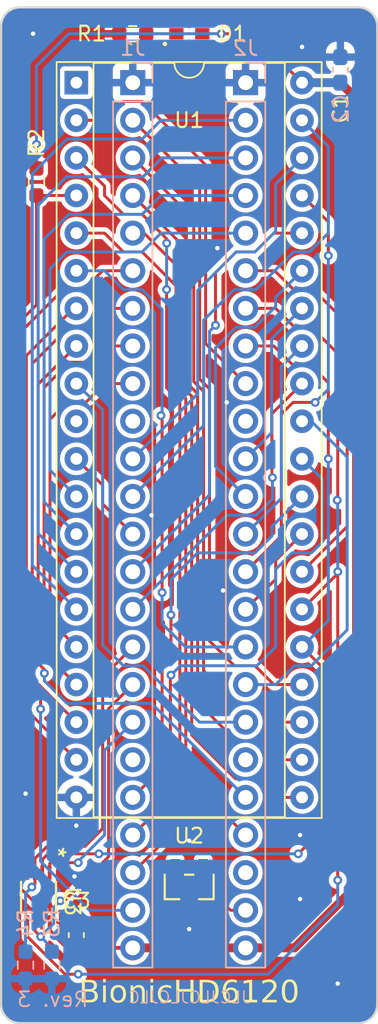
<source format=kicad_pcb>
(kicad_pcb (version 20240108) (generator "pcbnew") (generator_version "8.0")
  (title_block (title "BionicHD6120") (date "2025-02-03") (rev "3") (company "Tadashi G. Takaoka"))
  (layers (0 "F.Cu" signal) (31 "B.Cu" signal) (34 "B.Paste" user) (35 "F.Paste" user) (36 "B.SilkS" user "B.Silkscreen") (37 "F.SilkS" user "F.Silkscreen") (38 "B.Mask" user) (39 "F.Mask" user) (44 "Edge.Cuts" user))
  (net 0 "")
  (net 1 "VCC")
  (net 2 "GND")
  (net 3 "Net-(D1-K)")
  (net 4 "/P10")
  (net 5 "/P11")
  (net 6 "/P12")
  (net 7 "/P13")
  (net 8 "/P14")
  (net 9 "/P15")
  (net 10 "/P16")
  (net 11 "/P17")
  (net 13 "/P30")
  (net 14 "/P31")
  (net 15 "/P32")
  (net 16 "/P33")
  (net 17 "/P34")
  (net 18 "/P35")
  (net 19 "/P36")
  (net 20 "/P37")
  (net 22 "/P50")
  (net 23 "/P51")
  (net 24 "/P52")
  (net 25 "/P53")
  (net 26 "Net-(J2-P57)")
  (net 28 "/P55")
  (net 29 "/P54")
  (net 31 "/P47")
  (net 32 "/P45")
  (net 33 "/P46")
  (net 34 "/P43")
  (net 35 "/P42")
  (net 36 "/P41")
  (net 37 "/P40")
  (net 39 "/P27")
  (net 40 "/P26")
  (net 41 "/P25")
  (net 42 "/P24")
  (net 43 "/P23")
  (net 44 "/P22")
  (net 45 "/P21")
  (net 46 "/P20")
  (net 47 "/P44")
  (net 48 "Net-(U1-~{SKIP})")
  (footprint "Capacitor_SMD:C_0603_1608Metric_Pad1.08x0.95mm_HandSolder" (layer "F.Cu") (at 106.08 132.6375 90)
    (property "Reference" "C3" (at 2.3125 0 180) (layer "F.SilkS"))
    (property "Value" "0.1u")
    (pad "1" smd roundrect (at -0.8625 0 90) (size 1.075 0.95) (layers "F.Cu" "F.Paste" "F.Mask") (net 1 "VCC"))
    (pad "2" smd roundrect (at 0.8625 0 90) (size 1.075 0.95) (layers "F.Cu" "F.Paste" "F.Mask") (net 2 "GND"))
  )
  (footprint "0-LocalLibrary:LED_CSL1901UW1_ROM-M" (layer "F.Cu") (at 113.7127 71.778)
    (property "Reference" "D1" (at 2.9083 0 0) (layer "F.SilkS"))
    (property "Value" "CSL1901UW1")
    (pad "1" smd rect (at -0.8763 0) (size 0.9652 0.762) (layers "F.Cu" "F.Paste" "F.Mask") (net 3 "Net-(D1-K)"))
    (pad "2" smd rect (at 0.8763 0) (size 0.9652 0.762) (layers "F.Cu" "F.Paste" "F.Mask") (net 1 "VCC"))
    (zone (net 0) (net_name "") (layer "F.Cu") (connect_pads (clearance 0)) (min_thickness 0.254)
      (keepout (tracks not_allowed) (vias not_allowed) (pads allowed) (copperpour not_allowed) (footprints allowed))
      (fill (thermal_gap 0.508) (thermal_bridge_width 0.508))
      (polygon (pts (xy 113.3698 71.4224) (xy 114.0556 71.4224) (xy 114.0556 72.1336) (xy 113.3698 72.1336)))
    )
  )
  (footprint "Resistor_SMD:R_0603_1608Metric_Pad0.98x0.95mm_HandSolder" (layer "F.Cu") (at 103.3876 81.7856 -90)
    (property "Reference" "R2" (at -2.6435 0 90) (layer "F.SilkS"))
    (property "Value" "1.6k")
    (pad "1" smd roundrect (at -0.9125 0 270) (size 0.975 0.95) (layers "F.Cu" "F.Paste" "F.Mask") (net 1 "VCC"))
    (pad "2" smd roundrect (at 0.9125 0 270) (size 0.975 0.95) (layers "F.Cu" "F.Paste" "F.Mask") (net 48 "Net-(U1-~{SKIP})"))
  )
  (footprint "Capacitor_SMD:C_0603_1608Metric_Pad1.08x0.95mm_HandSolder" (layer "F.Cu") (at 123.9108 74.2175 90)
    (property "Reference" "C1" (at -2.64 0 90) (layer "F.SilkS"))
    (property "Value" "0.1u")
    (pad "1" smd roundrect (at -0.8625 0 90) (size 1.075 0.95) (layers "F.Cu" "F.Paste" "F.Mask") (net 1 "VCC"))
    (pad "2" smd roundrect (at 0.8625 0 90) (size 1.075 0.95) (layers "F.Cu" "F.Paste" "F.Mask") (net 2 "GND"))
  )
  (footprint "ti:DCU8-M" (layer "F.Cu") (at 103.526599 130.0964 -90)
    (property "Reference" "U3" (at 0.254 -2.286 -90) (layer "F.SilkS"))
    (property "Value" "74LVC3G06")
    (fp_text user "*" (at -3.048 -1.27 -90) (layer "F.SilkS"))
    (pad "1" smd rect (at -1.6764 -0.750001 270) (size 0.9652 0.254) (layers "F.Cu" "F.Paste" "F.Mask") (net 20 "/P37"))
    (pad "2" smd rect (at -1.6764 -0.25 270) (size 0.9652 0.254) (layers "F.Cu" "F.Paste" "F.Mask") (net 40 "/P26"))
    (pad "3" smd rect (at -1.6764 0.25 270) (size 0.9652 0.254) (layers "F.Cu" "F.Paste" "F.Mask") (net 18 "/P35"))
    (pad "4" smd rect (at -1.6764 0.750001 270) (size 0.9652 0.254) (layers "F.Cu" "F.Paste" "F.Mask") (net 1 "VCC"))
    (pad "5" smd rect (at 1.6764 0.750001 270) (size 0.9652 0.254) (layers "F.Cu" "F.Paste" "F.Mask") (net 41 "/P25"))
    (pad "6" smd rect (at 1.6764 0.25 270) (size 0.9652 0.254) (layers "F.Cu" "F.Paste" "F.Mask") (net 19 "/P36"))
    (pad "7" smd rect (at 1.6764 -0.25 270) (size 0.9652 0.254) (layers "F.Cu" "F.Paste" "F.Mask") (net 48 "Net-(U1-~{SKIP})"))
    (pad "8" smd rect (at 1.6764 -0.750001 270) (size 0.9652 0.254) (layers "F.Cu" "F.Paste" "F.Mask") (net 2 "GND"))
  )
  (footprint "0-LocalLibrary:DIP-40_W15.24mm_Socket" (layer "F.Cu") (at 106.08 75.08)
    (property "Reference" "U1" (at 7.62 2.54 0) (layer "F.SilkS"))
    (property "Value" "HD6120")
    (pad "1" thru_hole rect (at 0 0) (size 1.6 1.6) (drill 0.8) (layers "*.Cu" "*.Mask"))
    (pad "2" thru_hole oval (at 0 2.54) (size 1.6 1.6) (drill 0.8) (layers "*.Cu" "*.Mask") (net 39 "/P27"))
    (pad "3" thru_hole oval (at 0 5.08) (size 1.6 1.6) (drill 0.8) (layers "*.Cu" "*.Mask") (net 24 "/P52"))
    (pad "4" thru_hole oval (at 0 7.62) (size 1.6 1.6) (drill 0.8) (layers "*.Cu" "*.Mask") (net 48 "Net-(U1-~{SKIP})"))
    (pad "5" thru_hole oval (at 0 10.16) (size 1.6 1.6) (drill 0.8) (layers "*.Cu" "*.Mask") (net 28 "/P55"))
    (pad "6" thru_hole oval (at 0 12.7) (size 1.6 1.6) (drill 0.8) (layers "*.Cu" "*.Mask") (net 32 "/P45"))
    (pad "7" thru_hole oval (at 0 15.24) (size 1.6 1.6) (drill 0.8) (layers "*.Cu" "*.Mask") (net 25 "/P53"))
    (pad "8" thru_hole oval (at 0 17.78) (size 1.6 1.6) (drill 0.8) (layers "*.Cu" "*.Mask") (net 29 "/P54"))
    (pad "9" thru_hole oval (at 0 20.32) (size 1.6 1.6) (drill 0.8) (layers "*.Cu" "*.Mask") (net 31 "/P47"))
    (pad "10" thru_hole oval (at 0 22.86) (size 1.6 1.6) (drill 0.8) (layers "*.Cu" "*.Mask"))
    (pad "11" thru_hole oval (at 0 25.4) (size 1.6 1.6) (drill 0.8) (layers "*.Cu" "*.Mask") (net 15 "/P32"))
    (pad "12" thru_hole oval (at 0 27.94) (size 1.6 1.6) (drill 0.8) (layers "*.Cu" "*.Mask") (net 43 "/P23"))
    (pad "13" thru_hole oval (at 0 30.48) (size 1.6 1.6) (drill 0.8) (layers "*.Cu" "*.Mask") (net 44 "/P22"))
    (pad "14" thru_hole oval (at 0 33.02) (size 1.6 1.6) (drill 0.8) (layers "*.Cu" "*.Mask") (net 45 "/P21"))
    (pad "15" thru_hole oval (at 0 35.56) (size 1.6 1.6) (drill 0.8) (layers "*.Cu" "*.Mask") (net 46 "/P20"))
    (pad "16" thru_hole oval (at 0 38.1) (size 1.6 1.6) (drill 0.8) (layers "*.Cu" "*.Mask") (net 11 "/P17"))
    (pad "17" thru_hole oval (at 0 40.64) (size 1.6 1.6) (drill 0.8) (layers "*.Cu" "*.Mask") (net 10 "/P16"))
    (pad "18" thru_hole oval (at 0 43.18) (size 1.6 1.6) (drill 0.8) (layers "*.Cu" "*.Mask") (net 9 "/P15"))
    (pad "19" thru_hole oval (at 0 45.72) (size 1.6 1.6) (drill 0.8) (layers "*.Cu" "*.Mask") (net 8 "/P14"))
    (pad "20" thru_hole oval (at 0 48.26) (size 1.6 1.6) (drill 0.8) (layers "*.Cu" "*.Mask") (net 2 "GND"))
    (pad "21" thru_hole oval (at 15.24 48.26) (size 1.6 1.6) (drill 0.8) (layers "*.Cu" "*.Mask") (net 7 "/P13"))
    (pad "22" thru_hole oval (at 15.24 45.72) (size 1.6 1.6) (drill 0.8) (layers "*.Cu" "*.Mask") (net 6 "/P12"))
    (pad "23" thru_hole oval (at 15.24 43.18) (size 1.6 1.6) (drill 0.8) (layers "*.Cu" "*.Mask") (net 5 "/P11"))
    (pad "24" thru_hole oval (at 15.24 40.64) (size 1.6 1.6) (drill 0.8) (layers "*.Cu" "*.Mask") (net 4 "/P10"))
    (pad "25" thru_hole oval (at 15.24 38.1) (size 1.6 1.6) (drill 0.8) (layers "*.Cu" "*.Mask") (net 40 "/P26"))
    (pad "26" thru_hole oval (at 15.24 35.56) (size 1.6 1.6) (drill 0.8) (layers "*.Cu" "*.Mask") (net 41 "/P25"))
    (pad "27" thru_hole oval (at 15.24 33.02) (size 1.6 1.6) (drill 0.8) (layers "*.Cu" "*.Mask") (net 42 "/P24"))
    (pad "28" thru_hole oval (at 15.24 30.48) (size 1.6 1.6) (drill 0.8) (layers "*.Cu" "*.Mask") (net 47 "/P44"))
    (pad "29" thru_hole oval (at 15.24 27.94) (size 1.6 1.6) (drill 0.8) (layers "*.Cu" "*.Mask") (net 22 "/P50"))
    (pad "30" thru_hole oval (at 15.24 25.4) (size 1.6 1.6) (drill 0.8) (layers "*.Cu" "*.Mask") (net 23 "/P51"))
    (pad "31" thru_hole oval (at 15.24 22.86) (size 1.6 1.6) (drill 0.8) (layers "*.Cu" "*.Mask") (net 33 "/P46"))
    (pad "32" thru_hole oval (at 15.24 20.32) (size 1.6 1.6) (drill 0.8) (layers "*.Cu" "*.Mask") (net 17 "/P34"))
    (pad "33" thru_hole oval (at 15.24 17.78) (size 1.6 1.6) (drill 0.8) (layers "*.Cu" "*.Mask") (net 35 "/P42"))
    (pad "34" thru_hole oval (at 15.24 15.24) (size 1.6 1.6) (drill 0.8) (layers "*.Cu" "*.Mask") (net 37 "/P40"))
    (pad "35" thru_hole oval (at 15.24 12.7) (size 1.6 1.6) (drill 0.8) (layers "*.Cu" "*.Mask") (net 36 "/P41"))
    (pad "36" thru_hole oval (at 15.24 10.16) (size 1.6 1.6) (drill 0.8) (layers "*.Cu" "*.Mask") (net 16 "/P33"))
    (pad "37" thru_hole oval (at 15.24 7.62) (size 1.6 1.6) (drill 0.8) (layers "*.Cu" "*.Mask") (net 34 "/P43"))
    (pad "38" thru_hole oval (at 15.24 5.08) (size 1.6 1.6) (drill 0.8) (layers "*.Cu" "*.Mask") (net 13 "/P30"))
    (pad "39" thru_hole oval (at 15.24 2.54) (size 1.6 1.6) (drill 0.8) (layers "*.Cu" "*.Mask") (net 14 "/P31"))
    (pad "40" thru_hole oval (at 15.24 0) (size 1.6 1.6) (drill 0.8) (layers "*.Cu" "*.Mask") (net 1 "VCC"))
  )
  (footprint "Resistor_SMD:R_0603_1608Metric_Pad0.98x0.95mm_HandSolder" (layer "F.Cu") (at 109.89 71.778 180)
    (property "Reference" "R1" (at 2.794 0 0) (layer "F.SilkS"))
    (property "Value" "1.9k")
    (pad "1" smd roundrect (at -0.9125 0 180) (size 0.975 0.95) (layers "F.Cu" "F.Paste" "F.Mask") (net 3 "Net-(D1-K)"))
    (pad "2" smd roundrect (at 0.9125 0 180) (size 0.975 0.95) (layers "F.Cu" "F.Paste" "F.Mask") (net 2 "GND"))
  )
  (footprint "0-LocalLibrary:SOT-23_MC_MCH-M" (layer "F.Cu") (at 113.7 129.386 180)
    (property "Reference" "U2" (at 0 3.4544 0) (layer "F.SilkS"))
    (property "Value" "11AA010-I/TT")
    (pad "1" smd rect (at -0.950001 1.066 180) (size 0.6604 1.6256) (layers "F.Cu" "F.Paste" "F.Mask") (net 26 "Net-(J2-P57)"))
    (pad "2" smd rect (at 0.950001 1.066 180) (size 0.6604 1.6256) (layers "F.Cu" "F.Paste" "F.Mask") (net 1 "VCC"))
    (pad "3" smd rect (at 0 -1.066 180) (size 0.6604 1.6256) (layers "F.Cu" "F.Paste" "F.Mask") (net 2 "GND"))
  )
  (footprint "Resistor_SMD:R_0603_1608Metric_Pad0.98x0.95mm_HandSolder" (layer "B.Cu") (at 102.651 134.6665 -90)
    (property "Reference" "R4" (at -2.8175 0 90) (layer "B.SilkS") (effects (justify mirror)))
    (property "Value" "10k")
    (pad "1" smd roundrect (at -0.9125 0 270) (size 0.975 0.95) (layers "B.Cu" "B.Paste" "B.Mask") (net 18 "/P35"))
    (pad "2" smd roundrect (at 0.9125 0 270) (size 0.975 0.95) (layers "B.Cu" "B.Paste" "B.Mask") (net 2 "GND"))
  )
  (footprint "0-LocalLibrary:Bionic-P135_Vertical" (layer "B.Cu") (at 109.89 75.08 180)
    (property "Reference" "J1" (at 0 2.33 0) (layer "B.SilkS") (effects (justify mirror)))
    (property "Value" "Bionic-P135")
    (pad "1" thru_hole rect (at 0 0 180) (size 1.7 1.7) (drill 1) (layers "*.Cu" "*.Mask") (net 2 "GND"))
    (pad "2" thru_hole oval (at 0 -2.54 180) (size 1.7 1.7) (drill 1) (layers "*.Cu" "*.Mask") (net 4 "/P10"))
    (pad "3" thru_hole oval (at 0 -5.08 180) (size 1.7 1.7) (drill 1) (layers "*.Cu" "*.Mask") (net 5 "/P11"))
    (pad "4" thru_hole oval (at 0 -7.62 180) (size 1.7 1.7) (drill 1) (layers "*.Cu" "*.Mask") (net 6 "/P12"))
    (pad "5" thru_hole oval (at 0 -10.16 180) (size 1.7 1.7) (drill 1) (layers "*.Cu" "*.Mask") (net 7 "/P13"))
    (pad "6" thru_hole oval (at 0 -12.7 180) (size 1.7 1.7) (drill 1) (layers "*.Cu" "*.Mask") (net 8 "/P14"))
    (pad "7" thru_hole oval (at 0 -15.24 180) (size 1.7 1.7) (drill 1) (layers "*.Cu" "*.Mask") (net 9 "/P15"))
    (pad "8" thru_hole oval (at 0 -17.78 180) (size 1.7 1.7) (drill 1) (layers "*.Cu" "*.Mask") (net 10 "/P16"))
    (pad "9" thru_hole oval (at 0 -20.32 180) (size 1.7 1.7) (drill 1) (layers "*.Cu" "*.Mask") (net 11 "/P17"))
    (pad "10" thru_hole oval (at 0 -22.86 180) (size 1.7 1.7) (drill 1) (layers "*.Cu" "*.Mask"))
    (pad "11" thru_hole oval (at 0 -25.4 180) (size 1.7 1.7) (drill 1) (layers "*.Cu" "*.Mask") (net 13 "/P30"))
    (pad "12" thru_hole oval (at 0 -27.94 180) (size 1.7 1.7) (drill 1) (layers "*.Cu" "*.Mask") (net 14 "/P31"))
    (pad "13" thru_hole oval (at 0 -30.48 180) (size 1.7 1.7) (drill 1) (layers "*.Cu" "*.Mask") (net 15 "/P32"))
    (pad "14" thru_hole oval (at 0 -33.02 180) (size 1.7 1.7) (drill 1) (layers "*.Cu" "*.Mask") (net 16 "/P33"))
    (pad "15" thru_hole oval (at 0 -35.56 180) (size 1.7 1.7) (drill 1) (layers "*.Cu" "*.Mask") (net 17 "/P34"))
    (pad "16" thru_hole oval (at 0 -38.1 180) (size 1.7 1.7) (drill 1) (layers "*.Cu" "*.Mask") (net 18 "/P35"))
    (pad "17" thru_hole oval (at 0 -40.64 180) (size 1.7 1.7) (drill 1) (layers "*.Cu" "*.Mask") (net 19 "/P36"))
    (pad "18" thru_hole oval (at 0 -43.18 180) (size 1.7 1.7) (drill 1) (layers "*.Cu" "*.Mask") (net 20 "/P37"))
    (pad "19" thru_hole oval (at 0 -45.72 180) (size 1.7 1.7) (drill 1) (layers "*.Cu" "*.Mask"))
    (pad "20" thru_hole oval (at 0 -48.26 180) (size 1.7 1.7) (drill 1) (layers "*.Cu" "*.Mask") (net 22 "/P50"))
    (pad "21" thru_hole oval (at 0 -50.8 180) (size 1.7 1.7) (drill 1) (layers "*.Cu" "*.Mask") (net 23 "/P51"))
    (pad "22" thru_hole oval (at 0 -53.34 180) (size 1.7 1.7) (drill 1) (layers "*.Cu" "*.Mask") (net 24 "/P52"))
    (pad "23" thru_hole oval (at 0 -55.88 180) (size 1.7 1.7) (drill 1) (layers "*.Cu" "*.Mask") (net 25 "/P53"))
    (pad "24" thru_hole oval (at 0 -58.42 180) (size 1.7 1.7) (drill 1) (layers "*.Cu" "*.Mask") (net 1 "VCC"))
  )
  (footprint "Capacitor_SMD:C_0603_1608Metric_Pad1.08x0.95mm_HandSolder" (layer "B.Cu") (at 123.9108 74.2164 90)
    (property "Reference" "C2" (at -2.64 0.038 90) (layer "B.SilkS") (effects (justify mirror)))
    (property "Value" "22u")
    (pad "1" smd roundrect (at -0.8625 0 90) (size 1.075 0.95) (layers "B.Cu" "B.Paste" "B.Mask") (net 1 "VCC"))
    (pad "2" smd roundrect (at 0.8625 0 90) (size 1.075 0.95) (layers "B.Cu" "B.Paste" "B.Mask") (net 2 "GND"))
  )
  (footprint "0-LocalLibrary:Bionic-P245_Vertical" (layer "B.Cu") (at 117.51 75.08 180)
    (property "Reference" "J2" (at 0 2.33 0) (layer "B.SilkS") (effects (justify mirror)))
    (property "Value" "Bionic-P245")
    (pad "25" thru_hole oval (at 0 -58.42 180) (size 1.7 1.7) (drill 1) (layers "*.Cu" "*.Mask") (net 1 "VCC"))
    (pad "26" thru_hole oval (at 0 -55.88 180) (size 1.7 1.7) (drill 1) (layers "*.Cu" "*.Mask") (net 26 "Net-(J2-P57)"))
    (pad "27" thru_hole oval (at 0 -53.34 180) (size 1.7 1.7) (drill 1) (layers "*.Cu" "*.Mask"))
    (pad "28" thru_hole oval (at 0 -50.8 180) (size 1.7 1.7) (drill 1) (layers "*.Cu" "*.Mask") (net 28 "/P55"))
    (pad "29" thru_hole oval (at 0 -48.26 180) (size 1.7 1.7) (drill 1) (layers "*.Cu" "*.Mask") (net 29 "/P54"))
    (pad "30" thru_hole oval (at 0 -45.72 180) (size 1.7 1.7) (drill 1) (layers "*.Cu" "*.Mask"))
    (pad "31" thru_hole oval (at 0 -43.18 180) (size 1.7 1.7) (drill 1) (layers "*.Cu" "*.Mask") (net 31 "/P47"))
    (pad "32" thru_hole oval (at 0 -40.64 180) (size 1.7 1.7) (drill 1) (layers "*.Cu" "*.Mask") (net 33 "/P46"))
    (pad "33" thru_hole oval (at 0 -38.1 180) (size 1.7 1.7) (drill 1) (layers "*.Cu" "*.Mask") (net 32 "/P45"))
    (pad "34" thru_hole oval (at 0 -35.56 180) (size 1.7 1.7) (drill 1) (layers "*.Cu" "*.Mask") (net 47 "/P44"))
    (pad "35" thru_hole oval (at 0 -33.02 180) (size 1.7 1.7) (drill 1) (layers "*.Cu" "*.Mask") (net 34 "/P43"))
    (pad "36" thru_hole oval (at 0 -30.48 180) (size 1.7 1.7) (drill 1) (layers "*.Cu" "*.Mask") (net 35 "/P42"))
    (pad "37" thru_hole oval (at 0 -27.94 180) (size 1.7 1.7) (drill 1) (layers "*.Cu" "*.Mask") (net 36 "/P41"))
    (pad "38" thru_hole oval (at 0 -25.4 180) (size 1.7 1.7) (drill 1) (layers "*.Cu" "*.Mask") (net 37 "/P40"))
    (pad "39" thru_hole oval (at 0 -22.86 180) (size 1.7 1.7) (drill 1) (layers "*.Cu" "*.Mask"))
    (pad "40" thru_hole oval (at 0 -20.32 180) (size 1.7 1.7) (drill 1) (layers "*.Cu" "*.Mask") (net 39 "/P27"))
    (pad "41" thru_hole oval (at 0 -17.78 180) (size 1.7 1.7) (drill 1) (layers "*.Cu" "*.Mask") (net 40 "/P26"))
    (pad "42" thru_hole oval (at 0 -15.24 180) (size 1.7 1.7) (drill 1) (layers "*.Cu" "*.Mask") (net 41 "/P25"))
    (pad "43" thru_hole oval (at 0 -12.7 180) (size 1.7 1.7) (drill 1) (layers "*.Cu" "*.Mask") (net 42 "/P24"))
    (pad "44" thru_hole oval (at 0 -10.16 180) (size 1.7 1.7) (drill 1) (layers "*.Cu" "*.Mask") (net 43 "/P23"))
    (pad "45" thru_hole oval (at 0 -7.62 180) (size 1.7 1.7) (drill 1) (layers "*.Cu" "*.Mask") (net 44 "/P22"))
    (pad "46" thru_hole oval (at 0 -5.08 180) (size 1.7 1.7) (drill 1) (layers "*.Cu" "*.Mask") (net 45 "/P21"))
    (pad "47" thru_hole oval (at 0 -2.54 180) (size 1.7 1.7) (drill 1) (layers "*.Cu" "*.Mask") (net 46 "/P20"))
    (pad "48" thru_hole rect (at 0 0 180) (size 1.7 1.7) (drill 1) (layers "*.Cu" "*.Mask") (net 2 "GND"))
  )
  (footprint "Resistor_SMD:R_0603_1608Metric_Pad0.98x0.95mm_HandSolder" (layer "B.Cu") (at 104.429 134.6665 -90)
    (property "Reference" "R3" (at -2.8175 0 90) (layer "B.SilkS") (effects (justify mirror)))
    (property "Value" "10k")
    (pad "1" smd roundrect (at -0.9125 0 270) (size 0.975 0.95) (layers "B.Cu" "B.Paste" "B.Mask") (net 19 "/P36"))
    (pad "2" smd roundrect (at 0.9125 0 270) (size 0.975 0.95) (layers "B.Cu" "B.Paste" "B.Mask") (net 2 "GND"))
  )
  (gr_line (start 125.13 138.58) (end 102.27 138.58) (stroke (width 0.15)) (layer "Edge.Cuts"))
  (gr_line (start 126.4 71.27) (end 126.4 137.31) (stroke (width 0.15)) (layer "Edge.Cuts"))
  (gr_line (start 101 137.31) (end 101 71.27) (stroke (width 0.15)) (layer "Edge.Cuts"))
  (gr_line (start 102.27 70) (end 125.13 70) (stroke (width 0.15)) (layer "Edge.Cuts"))
  (gr_arc (start 126.4 137.31) (mid 126.028026 138.208026) (end 125.13 138.58) (stroke (width 0.15)) (layer "Edge.Cuts"))
  (gr_arc (start 125.13 70) (mid 126.028026 70.371974) (end 126.4 71.27) (stroke (width 0.15)) (layer "Edge.Cuts"))
  (gr_arc (start 101 71.27) (mid 101.371974 70.371974) (end 102.27 70) (stroke (width 0.15)) (layer "Edge.Cuts"))
  (gr_arc (start 102.27 138.58) (mid 101.371974 138.208026) (end 101 137.31) (stroke (width 0.15)) (layer "Edge.Cuts"))
  (gr_text "JLCJLCJLCJLC" (at 113.7 137.31 0) (layer "B.SilkS") (effects (font (size 0.8 0.8)) (justify bottom mirror)))
  (gr_text "Rev. 3" (at 106.969 137.564 0) (layer "B.SilkS") (effects (font (size 1 1)) (justify left bottom mirror)))
  (gr_text "BionicHD6120" (at 113.7 137.437 0) (layer "F.SilkS") (effects (font (size 1.5 1.5)) (justify bottom)))
  (segment (start 118.018 71.778) (end 115.859 71.778) (width 0.2) (layer "F.Cu") (net 1))
  (segment (start 115.859 71.778) (end 114.5763 71.778) (width 0.2) (layer "F.Cu") (net 1))
  (segment (start 102.785999 128.2422) (end 102.785999 127.030999) (width 0.26) (layer "F.Cu") (net 1))
  (segment (start 109.89 133.5) (end 117.51 133.5) (width 0.6) (layer "F.Cu") (net 1))
  (segment (start 112.75 133.434) (end 112.75 128.32) (width 0.2) (layer "F.Cu") (net 1))
  (segment (start 125.003 129.309) (end 120.812 133.5) (width 0.6) (layer "F.Cu") (net 1))
  (segment (start 104.286001 132.341001) (end 105.445 133.5) (width 0.26) (layer "F.Cu") (net 1))
  (segment (start 103.3876 80.8731) (end 103.3876 79.2456) (width 0.2) (layer "F.Cu") (net 1))
  (segment (start 104.286001 131.595) (end 104.286001 132.341001) (width 0.26) (layer "F.Cu") (net 1))
  (segment (start 125.003 76.1722) (end 125.003 129.309) (width 0.6) (layer "F.Cu") (net 1))
  (segment (start 123.9108 75.08) (end 125.003 76.1722) (width 0.6) (layer "F.Cu") (net 1))
  (segment (start 105.445 133.5) (end 109.89 133.5) (width 0.26) (layer "F.Cu") (net 1))
  (segment (start 120.812 133.5) (end 117.51 133.5) (width 0.6) (layer "F.Cu") (net 1))
  (segment (start 121.32 75.08) (end 118.018 71.778) (width 0.2) (layer "F.Cu") (net 1))
  (segment (start 121.32 75.08) (end 123.9108 75.08) (width 0.6) (layer "F.Cu") (net 1))
  (via (at 115.859 71.778) (size 0.6) (drill 0.3) (layers "F.Cu" "B.Cu") (net 1))
  (via (at 103.3876 79.2456) (size 0.6) (drill 0.3) (layers "F.Cu" "B.Cu") (net 1))
  (segment (start 105.572 71.778) (end 115.859 71.778) (width 0.2) (layer "B.Cu") (net 1))
  (segment (start 123.9097 75.08) (end 123.9108 75.0789) (width 0.6) (layer "B.Cu") (net 1))
  (segment (start 121.32 75.08) (end 123.9097 75.08) (width 0.6) (layer "B.Cu") (net 1))
  (segment (start 123.9109 75.079) (end 123.9108 75.0789) (width 0.2) (layer "B.Cu") (net 1))
  (segment (start 103.3876 73.9624) (end 105.572 71.778) (width 0.2) (layer "B.Cu") (net 1))
  (segment (start 103.3876 79.2456) (end 103.3876 73.9624) (width 0.2) (layer "B.Cu") (net 1))
  (segment (start 106.08 125.245) (end 106.842 125.245) (width 0.2) (layer "F.Cu") (net 2))
  (segment (start 107.35 123.34) (end 107.35 121.943) (width 0.2) (layer "F.Cu") (net 2))
  (segment (start 106.842 125.245) (end 107.35 124.737) (width 0.2) (layer "F.Cu") (net 2))
  (segment (start 107.35 124.737) (end 107.35 123.34) (width 0.2) (layer "F.Cu") (net 2))
  (via (at 115.986 109.37) (size 0.6) (drill 0.3) (layers "F.Cu" "B.Cu") (net 2))
  (via (at 105.953 128.674) (size 0.6) (drill 0.3) (layers "F.Cu" "B.Cu") (net 2))
  (via (at 106.08 125.245) (size 0.6) (drill 0.3) (layers "F.Cu" "B.Cu") (net 2))
  (via (at 115.605 86.256) (size 0.6) (drill 0.3) (layers "F.Cu" "B.Cu") (net 2))
  (via (at 123.733 135.913) (size 0.6) (drill 0.3) (layers "F.Cu" "B.Cu") (net 2))
  (via (at 121.193 130.198) (size 0.6) (drill 0.3) (layers "F.Cu" "B.Cu") (net 2))
  (via (at 121.32 72.667) (size 0.6) (drill 0.3) (layers "F.Cu" "B.Cu") (net 2))
  (via (at 103.159 71.778) (size 0.6) (drill 0.3) (layers "F.Cu" "B.Cu") (net 2))
  (via (at 113.7 132.23) (size 0.6) (drill 0.3) (layers "F.Cu" "B.Cu") (net 2))
  (via (at 111.16 104.29) (size 0.6) (drill 0.3) (layers "F.Cu" "B.Cu") (net 2))
  (via (at 102.651 123.086) (size 0.6) (drill 0.3) (layers "F.Cu" "B.Cu") (net 2))
  (via (at 121.193 125.88) (size 0.6) (drill 0.3) (layers "F.Cu" "B.Cu") (net 2))
  (via (at 113.7 126.261) (size 0.6) (drill 0.3) (layers "F.Cu" "B.Cu") (net 2))
  (via (at 116.24 96.67) (size 0.6) (drill 0.3) (layers "F.Cu" "B.Cu") (net 2))
  (segment (start 110.8025 71.778) (end 112.8237 71.778) (width 0.2) (layer "F.Cu") (net 3))
  (segment (start 119.415 115.72) (end 118.145 114.45) (width 0.2) (layer "F.Cu") (net 4))
  (segment (start 121.32 115.72) (end 119.415 115.72) (width 0.2) (layer "F.Cu") (net 4))
  (segment (start 114.411 95.095) (end 114.411 82.141) (width 0.2) (layer "F.Cu") (net 4))
  (segment (start 118.145 114.45) (end 116.748 114.45) (width 0.2) (layer "F.Cu") (net 4))
  (segment (start 116.748 114.45) (end 115.0712 112.7732) (width 0.2) (layer "F.Cu") (net 4))
  (segment (start 114.411 82.141) (end 109.89 77.62) (width 0.2) (layer "F.Cu") (net 4))
  (segment (start 115.0712 95.7552) (end 114.411 95.095) (width 0.2) (layer "F.Cu") (net 4))
  (segment (start 115.0712 112.7732) (end 115.0712 95.7552) (width 0.2) (layer "F.Cu") (net 4))
  (segment (start 114.011 95.260686) (end 114.011 84.281) (width 0.2) (layer "F.Cu") (net 5))
  (segment (start 116.875 116.99) (end 114.6712 114.7862) (width 0.2) (layer "F.Cu") (net 5))
  (segment (start 114.6712 114.7862) (end 114.6712 95.920886) (width 0.2) (layer "F.Cu") (net 5))
  (segment (start 121.32 118.26) (end 119.415 118.26) (width 0.2) (layer "F.Cu") (net 5))
  (segment (start 118.145 116.99) (end 116.875 116.99) (width 0.2) (layer "F.Cu") (net 5))
  (segment (start 119.415 118.26) (end 118.145 116.99) (width 0.2) (layer "F.Cu") (net 5))
  (segment (start 114.6712 95.920886) (end 114.011 95.260686) (width 0.2) (layer "F.Cu") (net 5))
  (segment (start 114.011 84.281) (end 109.89 80.16) (width 0.2) (layer "F.Cu") (net 5))
  (segment (start 118.145 119.53) (end 116.875 119.53) (width 0.2) (layer "F.Cu") (net 6))
  (segment (start 113.611 95.426372) (end 113.611 86.421) (width 0.2) (layer "F.Cu") (net 6))
  (segment (start 114.2712 96.086572) (end 113.611 95.426372) (width 0.2) (layer "F.Cu") (net 6))
  (segment (start 116.875 119.53) (end 114.2712 116.9262) (width 0.2) (layer "F.Cu") (net 6))
  (segment (start 114.2712 116.9262) (end 114.2712 96.086572) (width 0.2) (layer "F.Cu") (net 6))
  (segment (start 113.611 86.421) (end 109.89 82.7) (width 0.2) (layer "F.Cu") (net 6))
  (segment (start 119.415 120.8) (end 118.145 119.53) (width 0.2) (layer "F.Cu") (net 6))
  (segment (start 121.32 120.8) (end 119.415 120.8) (width 0.2) (layer "F.Cu") (net 6))
  (segment (start 113.8712 96.252258) (end 113.8712 119.1297) (width 0.2) (layer "F.Cu") (net 7))
  (segment (start 113.211 87.799) (end 113.211 95.592058) (width 0.2) (layer "F.Cu") (net 7))
  (segment (start 119.415 123.34) (end 121.32 123.34) (width 0.2) (layer "F.Cu") (net 7))
  (segment (start 109.89 85.24) (end 110.652 85.24) (width 0.2) (layer "F.Cu") (net 7))
  (segment (start 116.8115 122.07) (end 118.145 122.07) (width 0.2) (layer "F.Cu") (net 7))
  (segment (start 113.211 95.592058) (end 113.8712 96.252258) (width 0.2) (layer "F.Cu") (net 7))
  (segment (start 113.8712 119.1297) (end 116.8115 122.07) (width 0.2) (layer "F.Cu") (net 7))
  (segment (start 110.652 85.24) (end 113.211 87.799) (width 0.2) (layer "F.Cu") (net 7))
  (segment (start 118.145 122.07) (end 119.415 123.34) (width 0.2) (layer "F.Cu") (net 7))
  (segment (start 102.302 91.939) (end 102.302 117.022) (width 0.2) (layer "F.Cu") (net 8))
  (segment (start 107.858 87.78) (end 106.588 89.05) (width 0.2) (layer "F.Cu") (net 8))
  (segment (start 105.191 89.05) (end 102.302 91.939) (width 0.2) (layer "F.Cu") (net 8))
  (segment (start 106.588 89.05) (end 105.191 89.05) (width 0.2) (layer "F.Cu") (net 8))
  (segment (start 109.89 87.78) (end 107.858 87.78) (width 0.2) (layer "F.Cu") (net 8))
  (segment (start 102.302 117.022) (end 106.08 120.8) (width 0.2) (layer "F.Cu") (net 8))
  (segment (start 105.572 91.59) (end 106.715 91.59) (width 0.2) (layer "F.Cu") (net 9))
  (segment (start 103.102 115.282) (end 103.102 94.06) (width 0.2) (layer "F.Cu") (net 9))
  (segment (start 107.985 90.32) (end 109.89 90.32) (width 0.2) (layer "F.Cu") (net 9))
  (segment (start 103.102 94.06) (end 105.572 91.59) (width 0.2) (layer "F.Cu") (net 9))
  (segment (start 106.715 91.59) (end 107.985 90.32) (width 0.2) (layer "F.Cu") (net 9))
  (segment (start 106.08 118.26) (end 103.102 115.282) (width 0.2) (layer "F.Cu") (net 9))
  (segment (start 106.885 93.96) (end 105.615 93.96) (width 0.2) (layer "F.Cu") (net 10))
  (segment (start 109.89 92.86) (end 107.985 92.86) (width 0.2) (layer "F.Cu") (net 10))
  (segment (start 103.902 95.673) (end 103.902 113.542) (width 0.2) (layer "F.Cu") (net 10))
  (segment (start 105.615 93.96) (end 103.902 95.673) (width 0.2) (layer "F.Cu") (net 10))
  (segment (start 107.985 92.86) (end 106.885 93.96) (width 0.2) (layer "F.Cu") (net 10))
  (segment (start 103.902 113.542) (end 106.08 115.72) (width 0.2) (layer "F.Cu") (net 10))
  (segment (start 106.08 113.18) (end 104.302 111.402) (width 0.2) (layer "F.Cu") (net 11))
  (segment (start 104.302 111.402) (end 104.302 97.813) (width 0.2) (layer "F.Cu") (net 11))
  (segment (start 107.985 95.4) (end 109.89 95.4) (width 0.2) (layer "F.Cu") (net 11))
  (segment (start 105.445 96.67) (end 106.715 96.67) (width 0.2) (layer "F.Cu") (net 11))
  (segment (start 106.715 96.67) (end 107.985 95.4) (width 0.2) (layer "F.Cu") (net 11))
  (segment (start 104.302 97.813) (end 105.445 96.67) (width 0.2) (layer "F.Cu") (net 11))
  (segment (start 121.32 80.16) (end 119.542 81.938) (width 0.2) (layer "B.Cu") (net 13))
  (segment (start 119.542 85.113) (end 118.145 86.51) (width 0.2) (layer "B.Cu") (net 13))
  (segment (start 114.278 96.092) (end 109.89 100.48) (width 0.2) (layer "B.Cu") (net 13))
  (segment (start 116.875 86.51) (end 114.278 89.107) (width 0.2) (layer "B.Cu") (net 13))
  (segment (start 118.145 86.51) (end 116.875 86.51) (width 0.2) (layer "B.Cu") (net 13))
  (segment (start 119.542 81.938) (end 119.542 85.113) (width 0.2) (layer "B.Cu") (net 13))
  (segment (start 114.278 89.107) (end 114.278 96.092) (width 0.2) (layer "B.Cu") (net 13))
  (segment (start 118.2085 89.05) (end 120.7485 86.51) (width 0.2) (layer "B.Cu") (net 14))
  (segment (start 123.098 79.398) (end 121.32 77.62) (width 0.2) (layer "B.Cu") (net 14))
  (segment (start 123.098 85.24) (end 123.098 79.398) (width 0.2) (layer "B.Cu") (net 14))
  (segment (start 114.678 91.12) (end 116.748 89.05) (width 0.2) (layer "B.Cu") (net 14))
  (segment (start 121.828 86.51) (end 123.098 85.24) (width 0.2) (layer "B.Cu") (net 14))
  (segment (start 120.7485 86.51) (end 121.828 86.51) (width 0.2) (layer "B.Cu") (net 14))
  (segment (start 109.89 103.02) (end 114.678 98.232) (width 0.2) (layer "B.Cu") (net 14))
  (segment (start 116.748 89.05) (end 118.2085 89.05) (width 0.2) (layer "B.Cu") (net 14))
  (segment (start 114.678 98.232) (end 114.678 91.12) (width 0.2) (layer "B.Cu") (net 14))
  (segment (start 107.858 102.258) (end 106.08 100.48) (width 0.2) (layer "F.Cu") (net 15))
  (segment (start 107.858 103.528) (end 107.858 102.258) (width 0.2) (layer "F.Cu") (net 15))
  (segment (start 109.89 105.56) (end 107.858 103.528) (width 0.2) (layer "F.Cu") (net 15))
  (segment (start 119.415 85.24) (end 121.32 85.24) (width 0.2) (layer "F.Cu") (net 16))
  (segment (start 116.875 86.51) (end 118.145 86.51) (width 0.2) (layer "F.Cu") (net 16))
  (segment (start 118.145 86.51) (end 119.415 85.24) (width 0.2) (layer "F.Cu") (net 16))
  (segment (start 115.478 91.463) (end 115.478 87.907) (width 0.2) (layer "F.Cu") (net 16))
  (segment (start 115.478 87.907) (end 116.875 86.51) (width 0.2) (layer "F.Cu") (net 16))
  (via (at 115.478 91.463) (size 0.6) (drill 0.3) (layers "F.Cu" "B.Cu") (net 16))
  (segment (start 115.478 91.463) (end 115.078 91.863) (width 0.2) (layer "B.Cu") (net 16))
  (segment (start 115.078 102.912) (end 109.89 108.1) (width 0.2) (layer "B.Cu") (net 16))
  (segment (start 115.078 91.863) (end 115.078 102.912) (width 0.2) (layer "B.Cu") (net 16))
  (segment (start 119.288 97.432) (end 121.32 95.4) (width 0.2) (layer "F.Cu") (net 17))
  (segment (start 119.288 101.715) (end 119.288 97.432) (width 0.2) (layer "F.Cu") (net 17))
  (segment (start 119.323 101.75) (end 119.288 101.715) (width 0.2) (layer "F.Cu") (net 17))
  (via (at 119.323 101.75) (size 0.6) (drill 0.3) (layers "F.Cu" "B.Cu") (net 17))
  (segment (start 116.24 104.29) (end 109.89 110.64) (width 0.2) (layer "B.Cu") (net 17))
  (segment (start 118.214314 104.29) (end 116.24 104.29) (width 0.2) (layer "B.Cu") (net 17))
  (segment (start 119.323 101.75) (end 119.323 103.181314) (width 0.2) (layer "B.Cu") (net 17))
  (segment (start 119.323 103.181314) (end 118.214314 104.29) (width 0.2) (layer "B.Cu") (net 17))
  (segment (start 104.110915 126.642) (end 106.6642 126.642) (width 0.2) (layer "F.Cu") (net 18))
  (segment (start 103.075265 129.392735) (end 103.286 129.182) (width 0.2) (layer "F.Cu") (net 18))
  (segment (start 107.858 125.4482) (end 107.858 115.212) (width 0.2) (layer "F.Cu") (net 18))
  (segment (start 103.286 129.182) (end 103.286 128.2422) (width 0.2) (layer "F.Cu") (net 18))
  (segment (start 106.6642 126.642) (end 107.858 125.4482) (width 0.2) (layer "F.Cu") (net 18))
  (segment (start 103.286 128.2422) (end 103.286 127.466915) (width 0.2) (layer "F.Cu") (net 18))
  (segment (start 107.858 115.212) (end 109.89 113.18) (width 0.2) (layer "F.Cu") (net 18))
  (segment (start 103.286 127.466915) (end 104.110915 126.642) (width 0.2) (layer "F.Cu") (net 18))
  (via (at 103.075265 129.392735) (size 0.6) (drill 0.3) (layers "F.Cu" "B.Cu") (net 18))
  (segment (start 103.075265 129.392735) (end 102.651 129.817) (width 0.2) (layer "B.Cu") (net 18))
  (segment (start 102.651 129.817) (end 102.651 133.754) (width 0.2) (layer "B.Cu") (net 18))
  (segment (start 108.258 117.352) (end 109.89 115.72) (width 0.2) (layer "F.Cu") (net 19))
  (segment (start 103.667 132.738) (end 103.286 132.357) (width 0.2) (layer "F.Cu") (net 19))
  (segment (start 103.286 132.357) (end 103.286 131.595) (width 0.2) (layer "F.Cu") (net 19))
  (segment (start 105.277529 130.325) (end 108.258 127.344529) (width 0.2) (layer "F.Cu") (net 19))
  (segment (start 108.258 127.344529) (end 108.258 117.352) (width 0.2) (layer "F.Cu") (net 19))
  (segment (start 105.0005 130.325) (end 105.277529 130.325) (width 0.2) (layer "F.Cu") (net 19))
  (via (at 103.667 132.738) (size 0.6) (drill 0.3) (layers "F.Cu" "B.Cu") (net 19))
  (via (at 105.0005 130.325) (size 0.6) (drill 0.3) (layers "F.Cu" "B.Cu") (net 19))
  (segment (start 104.556 131.849) (end 104.556 130.7695) (width 0.2) (layer "B.Cu") (net 19))
  (segment (start 104.429 133.5) (end 104.429 133.754) (width 0.2) (layer "B.Cu") (net 19))
  (segment (start 104.556 130.7695) (end 105.0005 130.325) (width 0.2) (layer "B.Cu") (net 19))
  (segment (start 103.667 132.738) (end 104.429 133.5) (width 0.2) (layer "B.Cu") (net 19))
  (segment (start 103.667 132.738) (end 104.556 131.849) (width 0.2) (layer "B.Cu") (net 19))
  (segment (start 104.337 127.75) (end 104.286001 127.800999) (width 0.2) (layer "F.Cu") (net 20))
  (segment (start 106.207 127.75) (end 104.337 127.75) (width 0.2) (layer "F.Cu") (net 20))
  (segment (start 104.286001 127.800999) (end 104.286001 128.2422) (width 0.2) (layer "F.Cu") (net 20))
  (via (at 106.207 127.75) (size 0.6) (drill 0.3) (layers "F.Cu" "B.Cu") (net 20))
  (segment (start 106.207 127.75) (end 106.207 127.658) (width 0.2) (layer "B.Cu") (net 20))
  (segment (start 107.985 125.88) (end 107.985 120.165) (width 0.2) (layer "B.Cu") (net 20))
  (segment (start 106.207 127.658) (end 107.985 125.88) (width 0.2) (layer "B.Cu") (net 20))
  (segment (start 107.985 120.165) (end 109.89 118.26) (width 0.2) (layer "B.Cu") (net 20))
  (segment (start 112.4712 111.021) (end 112.4712 113.9008) (width 0.2) (layer "F.Cu") (net 22))
  (segment (start 111.8712 114.5008) (end 111.8712 121.3588) (width 0.2) (layer "F.Cu") (net 22))
  (segment (start 112.4712 113.9008) (end 111.8712 114.5008) (width 0.2) (layer "F.Cu") (net 22))
  (segment (start 111.8712 121.3588) (end 109.89 123.34) (width 0.2) (layer "F.Cu") (net 22))
  (via (at 112.4712 111.021) (size 0.6) (drill 0.3) (layers "F.Cu" "B.Cu") (net 22))
  (segment (start 112.4712 108.624486) (end 114.265686 106.83) (width 0.2) (layer "B.Cu") (net 22))
  (segment (start 114.265686 106.83) (end 118.145 106.83) (width 0.2) (layer "B.Cu") (net 22))
  (segment (start 119.288 105.687) (end 119.288 105.052) (width 0.2) (layer "B.Cu") (net 22))
  (segment (start 118.145 106.83) (end 119.288 105.687) (width 0.2) (layer "B.Cu") (net 22))
  (segment (start 112.4712 111.021) (end 112.4712 108.624486) (width 0.2) (layer "B.Cu") (net 22))
  (segment (start 119.288 105.052) (end 121.32 103.02) (width 0.2) (layer "B.Cu") (net 22))
  (segment (start 112.43 115.1262) (end 112.43 123.34) (width 0.2) (layer "F.Cu") (net 23))
  (segment (start 112.4712 115.085) (end 112.43 115.1262) (width 0.2) (layer "F.Cu") (net 23))
  (segment (start 112.43 123.34) (end 109.89 125.88) (width 0.2) (layer "F.Cu") (net 23))
  (via (at 112.4712 115.085) (size 0.6) (drill 0.3) (layers "F.Cu" "B.Cu") (net 23))
  (segment (start 112.4712 115.085) (end 113.1062 114.45) (width 0.2) (layer "B.Cu") (net 23))
  (segment (start 118.272 114.45) (end 119.542 113.18) (width 0.2) (layer "B.Cu") (net 23))
  (segment (start 120.646346 106.83) (end 121.955 106.83) (width 0.2) (layer "B.Cu") (net 23))
  (segment (start 121.955 106.83) (end 122.698 106.087) (width 0.2) (layer "B.Cu") (net 23))
  (segment (start 122.698 106.087) (end 122.698 101.858) (width 0.2) (layer "B.Cu") (net 23))
  (segment (start 113.1062 114.45) (end 118.272 114.45) (width 0.2) (layer "B.Cu") (net 23))
  (segment (start 119.542 107.934346) (end 120.646346 106.83) (width 0.2) (layer "B.Cu") (net 23))
  (segment (start 122.698 101.858) (end 121.32 100.48) (width 0.2) (layer "B.Cu") (net 23))
  (segment (start 119.542 113.18) (end 119.542 107.934346) (width 0.2) (layer "B.Cu") (net 23))
  (segment (start 112.176 95.68843) (end 113.0712 96.58363) (width 0.2) (layer "F.Cu") (net 24))
  (segment (start 112.176 89.05) (end 112.176 95.68843) (width 0.2) (layer "F.Cu") (net 24))
  (segment (start 113.0712 125.2388) (end 109.89 128.42) (width 0.2) (layer "F.Cu") (net 24))
  (segment (start 113.0712 96.58363) (end 113.0712 125.2388) (width 0.2) (layer "F.Cu") (net 24))
  (segment (start 109.255 83.97) (end 107.985 82.7) (width 0.2) (layer "F.Cu") (net 24))
  (segment (start 107.985 82.065) (end 106.08 80.16) (width 0.2) (layer "F.Cu") (net 24))
  (segment (start 107.985 82.7) (end 107.985 82.065) (width 0.2) (layer "F.Cu") (net 24))
  (segment (start 112.181528 85.920999) (end 112.181528 85.626528) (width 0.2) (layer "F.Cu") (net 24))
  (segment (start 112.181528 85.626528) (end 110.525 83.97) (width 0.2) (layer "F.Cu") (net 24))
  (segment (start 110.525 83.97) (end 109.255 83.97) (width 0.2) (layer "F.Cu") (net 24))
  (via (at 112.181528 85.920999) (size 0.6) (drill 0.3) (layers "F.Cu" "B.Cu") (net 24))
  (via (at 112.176 89.05) (size 0.6) (drill 0.3) (layers "F.Cu" "B.Cu") (net 24))
  (segment (start 112.176 89.05) (end 112.176 85.926527) (width 0.2) (layer "B.Cu") (net 24))
  (segment (start 112.176 85.926527) (end 112.181528 85.920999) (width 0.2) (layer "B.Cu") (net 24))
  (segment (start 105.895314 90.32) (end 106.08 90.32) (width 0.2) (layer "F.Cu") (net 25))
  (segment (start 103.667 116.644) (end 102.702 115.679) (width 0.2) (layer "F.Cu") (net 25))
  (segment (start 102.702 93.513314) (end 105.895314 90.32) (width 0.2) (layer "F.Cu") (net 25))
  (segment (start 102.702 115.679) (end 102.702 93.513314) (width 0.2) (layer "F.Cu") (net 25))
  (segment (start 103.667 117.371) (end 103.667 116.644) (width 0.2) (layer "F.Cu") (net 25))
  (via (at 103.667 117.371) (size 0.6) (drill 0.3) (layers "F.Cu" "B.Cu") (net 25))
  (segment (start 103.667 117.371) (end 103.667 127.658) (width 0.2) (layer "B.Cu") (net 25))
  (segment (start 103.667 127.658) (end 106.969 130.96) (width 0.2) (layer "B.Cu") (net 25))
  (segment (start 106.969 130.96) (end 109.89 130.96) (width 0.2) (layer "B.Cu") (net 25))
  (segment (start 116.494 130.96) (end 114.650001 129.116001) (width 0.2) (layer "F.Cu") (net 26))
  (segment (start 114.650001 129.116001) (end 114.650001 128.32) (width 0.2) (layer "F.Cu") (net 26))
  (segment (start 117.51 130.96) (end 116.494 130.96) (width 0.2) (layer "F.Cu") (net 26))
  (segment (start 110.525 86.51) (end 112.811 88.796) (width 0.2) (layer "F.Cu") (net 28))
  (segment (start 107.985 85.24) (end 109.255 86.51) (width 0.2) (layer "F.Cu") (net 28))
  (segment (start 109.255 86.51) (end 110.525 86.51) (width 0.2) (layer "F.Cu") (net 28))
  (segment (start 112.811 95.757744) (end 113.4712 96.417944) (width 0.2) (layer "F.Cu") (net 28))
  (segment (start 106.08 85.24) (end 107.985 85.24) (width 0.2) (layer "F.Cu") (net 28))
  (segment (start 113.4712 121.8412) (end 117.51 125.88) (width 0.2) (layer "F.Cu") (net 28))
  (segment (start 113.4712 96.417944) (end 113.4712 121.8412) (width 0.2) (layer "F.Cu") (net 28))
  (segment (start 112.811 88.796) (end 112.811 95.757744) (width 0.2) (layer "F.Cu") (net 28))
  (segment (start 103.502 114.285) (end 103.502 95.438) (width 0.2) (layer "F.Cu") (net 29))
  (segment (start 103.502 95.438) (end 106.08 92.86) (width 0.2) (layer "F.Cu") (net 29))
  (segment (start 103.921 114.958) (end 103.921 114.704) (width 0.2) (layer "F.Cu") (net 29))
  (segment (start 103.921 114.704) (end 103.502 114.285) (width 0.2) (layer "F.Cu") (net 29))
  (via (at 103.921 114.958) (size 0.6) (drill 0.3) (layers "F.Cu" "B.Cu") (net 29))
  (segment (start 103.921 114.958) (end 103.921 115.466) (width 0.2) (layer "B.Cu") (net 29))
  (segment (start 111.16 116.99) (end 117.51 123.34) (width 0.2) (layer "B.Cu") (net 29))
  (segment (start 103.921 115.466) (end 105.445 116.99) (width 0.2) (layer "B.Cu") (net 29))
  (segment (start 105.445 116.99) (end 111.16 116.99) (width 0.2) (layer "B.Cu") (net 29))
  (segment (start 107.858 113.053) (end 107.858 97.178) (width 0.2) (layer "B.Cu") (net 31))
  (segment (start 107.858 97.178) (end 106.08 95.4) (width 0.2) (layer "B.Cu") (net 31))
  (segment (start 110.5885 114.45) (end 109.255 114.45) (width 0.2) (layer "B.Cu") (net 31))
  (segment (start 109.255 114.45) (end 107.858 113.053) (width 0.2) (layer "B.Cu") (net 31))
  (segment (start 114.3985 118.26) (end 110.5885 114.45) (width 0.2) (layer "B.Cu") (net 31))
  (segment (start 117.51 118.26) (end 114.3985 118.26) (width 0.2) (layer "B.Cu") (net 31))
  (segment (start 111.795 97.559) (end 111.8712 97.6352) (width 0.2) (layer "F.Cu") (net 32))
  (segment (start 111.8712 97.6352) (end 111.8712 109.507327) (width 0.2) (layer "F.Cu") (net 32))
  (via (at 111.795 97.559) (size 0.6) (drill 0.3) (layers "F.Cu" "B.Cu") (net 32))
  (via (at 111.8712 109.507327) (size 0.6) (drill 0.3) (layers "F.Cu" "B.Cu") (net 32))
  (segment (start 111.8712 90.3962) (end 110.525 89.05) (width 0.2) (layer "B.Cu") (net 32))
  (segment (start 111.795 97.559) (end 111.8712 97.4828) (width 0.2) (layer "B.Cu") (net 32))
  (segment (start 113.446 113.18) (end 117.51 113.18) (width 0.2) (layer "B.Cu") (net 32))
  (segment (start 109.255 89.05) (end 107.985 87.78) (width 0.2) (layer "B.Cu") (net 32))
  (segment (start 107.985 87.78) (end 106.08 87.78) (width 0.2) (layer "B.Cu") (net 32))
  (segment (start 111.8712 109.507327) (end 111.8712 111.6052) (width 0.2) (layer "B.Cu") (net 32))
  (segment (start 110.525 89.05) (end 109.255 89.05) (width 0.2) (layer "B.Cu") (net 32))
  (segment (start 111.8712 97.4828) (end 111.8712 90.3962) (width 0.2) (layer "B.Cu") (net 32))
  (segment (start 111.8712 111.6052) (end 113.446 113.18) (width 0.2) (layer "B.Cu") (net 32))
  (segment (start 124.368 100.358471) (end 121.949529 97.94) (width 0.2) (layer "B.Cu") (net 33))
  (segment (start 124.368 112.037) (end 124.368 100.358471) (width 0.2) (layer "B.Cu") (net 33))
  (segment (start 121.949529 97.94) (end 121.32 97.94) (width 0.2) (layer "B.Cu") (net 33))
  (segment (start 121.955 114.45) (end 124.368 112.037) (width 0.2) (layer "B.Cu") (net 33))
  (segment (start 119.542 115.72) (end 120.812 114.45) (width 0.2) (layer "B.Cu") (net 33))
  (segment (start 117.51 115.72) (end 119.542 115.72) (width 0.2) (layer "B.Cu") (net 33))
  (segment (start 120.812 114.45) (end 121.955 114.45) (width 0.2) (layer "B.Cu") (net 33))
  (segment (start 123.098 84.478) (end 121.32 82.7) (width 0.2) (layer "F.Cu") (net 34))
  (segment (start 120.713843 96.67) (end 119.923 97.460843) (width 0.2) (layer "F.Cu") (net 34))
  (segment (start 119.923 105.687) (end 117.51 108.1) (width 0.2) (layer "F.Cu") (net 34))
  (segment (start 123.098 86.764) (end 123.098 84.478) (width 0.2) (layer "F.Cu") (net 34))
  (segment (start 119.923 97.460843) (end 119.923 105.687) (width 0.2) (layer "F.Cu") (net 34))
  (segment (start 122.209 96.67) (end 120.713843 96.67) (width 0.2) (layer "F.Cu") (net 34))
  (via (at 123.098 86.764) (size 0.6) (drill 0.3) (layers "F.Cu" "B.Cu") (net 34))
  (via (at 122.209 96.67) (size 0.6) (drill 0.3) (layers "F.Cu" "B.Cu") (net 34))
  (segment (start 123.098 86.764) (end 123.098 95.781) (width 0.2) (layer "B.Cu") (net 34))
  (segment (start 123.098 95.781) (end 122.209 96.67) (width 0.2) (layer "B.Cu") (net 34))
  (segment (start 121.32 92.86) (end 119.923 94.257) (width 0.2) (layer "B.Cu") (net 35))
  (segment (start 119.923 103.147) (end 117.51 105.56) (width 0.2) (layer "B.Cu") (net 35))
  (segment (start 119.923 94.257) (end 119.923 103.147) (width 0.2) (layer "B.Cu") (net 35))
  (segment (start 118.145 91.59) (end 116.875 91.59) (width 0.2) (layer "B.Cu") (net 36))
  (segment (start 119.542 90.193) (end 118.145 91.59) (width 0.2) (layer "B.Cu") (net 36))
  (segment (start 121.32 87.78) (end 119.542 89.558) (width 0.2) (layer "B.Cu") (net 36))
  (segment (start 115.478 100.988) (end 117.51 103.02) (width 0.2) (layer "B.Cu") (net 36))
  (segment (start 115.478 92.987) (end 115.478 100.988) (width 0.2) (layer "B.Cu") (net 36))
  (segment (start 116.875 91.59) (end 115.478 92.987) (width 0.2) (layer "B.Cu") (net 36))
  (segment (start 119.542 89.558) (end 119.542 90.193) (width 0.2) (layer "B.Cu") (net 36))
  (segment (start 119.269 92.371) (end 119.269 98.721) (width 0.2) (layer "B.Cu") (net 37))
  (segment (start 119.269 98.721) (end 117.51 100.48) (width 0.2) (layer "B.Cu") (net 37))
  (segment (start 121.32 90.32) (end 119.269 92.371) (width 0.2) (layer "B.Cu") (net 37))
  (segment (start 114.811 92.701) (end 117.51 95.4) (width 0.2) (layer "F.Cu") (net 39))
  (segment (start 106.08 77.62) (end 107.985 77.62) (width 0.2) (layer "F.Cu") (net 39))
  (segment (start 114.811 80.636) (end 114.811 92.701) (width 0.2) (layer "F.Cu") (net 39))
  (segment (start 110.525 76.35) (end 114.811 80.636) (width 0.2) (layer "F.Cu") (net 39))
  (segment (start 107.985 77.62) (end 109.255 76.35) (width 0.2) (layer "F.Cu") (net 39))
  (segment (start 109.255 76.35) (end 110.525 76.35) (width 0.2) (layer "F.Cu") (net 39))
  (segment (start 121.882 94.13) (end 120.685 94.13) (width 0.2) (layer "F.Cu") (net 40))
  (segment (start 123.2504 115.1104) (end 121.32 113.18) (width 0.2) (layer "F.Cu") (net 40))
  (segment (start 119.415 92.86) (end 117.51 92.86) (width 0.2) (layer "F.Cu") (net 40))
  (segment (start 123.098 95.346) (end 121.882 94.13) (width 0.2) (layer "F.Cu") (net 40))
  (segment (start 123.098 100.48) (end 123.098 95.346) (width 0.2) (layer "F.Cu") (net 40))
  (segment (start 120.685 94.13) (end 119.415 92.86) (width 0.2) (layer "F.Cu") (net 40))
  (segment (start 104.168601 127.15) (end 103.786 127.532601) (width 0.2) (layer "F.Cu") (net 40))
  (segment (start 103.786 127.532601) (end 103.786 128.2422) (width 0.2) (layer "F.Cu") (net 40))
  (segment (start 107.604 127.15) (end 104.168601 127.15) (width 0.2) (layer "F.Cu") (net 40))
  (segment (start 123.2504 124.9656) (end 123.2504 115.1104) (width 0.2) (layer "F.Cu") (net 40))
  (segment (start 121.066 127.15) (end 123.2504 124.9656) (width 0.2) (layer "F.Cu") (net 40))
  (via (at 121.066 127.15) (size 0.6) (drill 0.3) (layers "F.Cu" "B.Cu") (net 40))
  (via (at 107.604 127.15) (size 0.6) (drill 0.3) (layers "F.Cu" "B.Cu") (net 40))
  (via (at 123.098 100.48) (size 0.6) (drill 0.3) (layers "F.Cu" "B.Cu") (net 40))
  (segment (start 123.098 111.402) (end 121.32 113.18) (width 0.2) (layer "B.Cu") (net 40))
  (segment (start 123.098 100.48) (end 123.098 111.402) (width 0.2) (layer "B.Cu") (net 40))
  (segment (start 121.066 127.15) (end 107.604 127.15) (width 0.2) (layer "B.Cu") (net 40))
  (segment (start 105.318 135.278) (end 102.785999 132.745999) (width 0.2) (layer "F.Cu") (net 41))
  (segment (start 120.812 91.59) (end 119.542 90.32) (width 0.2) (layer "F.Cu") (net 41))
  (segment (start 121.955 91.59) (end 120.812 91.59) (width 0.2) (layer "F.Cu") (net 41))
  (segment (start 123.733 108.1) (end 123.733 113.053) (width 0.2) (layer "F.Cu") (net 41))
  (segment (start 123.698 103.274) (end 123.733 103.239) (width 0.2) (layer "F.Cu") (net 41))
  (segment (start 123.733 128.928) (end 123.733 113.053) (width 0.2) (layer "F.Cu") (net 41))
  (segment (start 123.733 103.239) (end 123.733 93.368) (width 0.2) (layer "F.Cu") (net 41))
  (segment (start 123.733 108.227) (end 121.32 110.64) (width 0.2) (layer "F.Cu") (net 41))
  (segment (start 123.733 108.1) (end 123.733 108.227) (width 0.2) (layer "F.Cu") (net 41))
  (segment (start 102.785999 132.745999) (end 102.785999 131.595) (width 0.2) (layer "F.Cu") (net 41))
  (segment (start 123.733 93.368) (end 121.955 91.59) (width 0.2) (layer "F.Cu") (net 41))
  (segment (start 119.542 90.32) (end 117.51 90.32) (width 0.2) (layer "F.Cu") (net 41))
  (segment (start 106.207 135.278) (end 105.318 135.278) (width 0.2) (layer "F.Cu") (net 41))
  (via (at 123.733 128.928) (size 0.6) (drill 0.3) (layers "F.Cu" "B.Cu") (net 41))
  (via (at 106.207 135.278) (size 0.6) (drill 0.3) (layers "F.Cu" "B.Cu") (net 41))
  (via (at 123.698 103.274) (size 0.6) (drill 0.3) (layers "F.Cu" "B.Cu") (net 41))
  (via (at 123.733 108.1) (size 0.6) (drill 0.3) (layers "F.Cu" "B.Cu") (net 41))
  (segment (start 123.698 103.274) (end 123.733 103.309) (width 0.2) (layer "B.Cu") (net 41))
  (segment (start 119.034 135.278) (end 106.207 135.278) (width 0.2) (layer "B.Cu") (net 41))
  (segment (start 123.733 130.579) (end 119.034 135.278) (width 0.2) (layer "B.Cu") (net 41))
  (segment (start 123.733 128.928) (end 123.733 130.579) (width 0.2) (layer "B.Cu") (net 41))
  (segment (start 123.733 103.309) (end 123.733 108.1) (width 0.2) (layer "B.Cu") (net 41))
  (segment (start 123.733 108.1) (end 123.733 108.227) (width 0.2) (layer "B.Cu") (net 41))
  (segment (start 117.51 87.78) (end 119.4785 87.78) (width 0.2) (layer "F.Cu") (net 42))
  (segment (start 124.368 91.336) (end 124.368 105.052) (width 0.2) (layer "F.Cu") (net 42))
  (segment (start 124.368 105.052) (end 121.32 108.1) (width 0.2) (layer "F.Cu") (net 42))
  (segment (start 119.4785 87.78) (end 120.7485 89.05) (width 0.2) (layer "F.Cu") (net 42))
  (segment (start 120.7485 89.05) (end 122.082 89.05) (width 0.2) (layer "F.Cu") (net 42))
  (segment (start 122.082 89.05) (end 124.368 91.336) (width 0.2) (layer "F.Cu") (net 42))
  (segment (start 104.302 101.242) (end 104.302 87.653) (width 0.2) (layer "B.Cu") (net 43))
  (segment (start 105.445 86.51) (end 110.525 86.51) (width 0.2) (layer "B.Cu") (net 43))
  (segment (start 111.795 85.24) (end 117.51 85.24) (width 0.2) (layer "B.Cu") (net 43))
  (segment (start 104.302 87.653) (end 105.445 86.51) (width 0.2) (layer "B.Cu") (net 43))
  (segment (start 110.525 86.51) (end 111.795 85.24) (width 0.2) (layer "B.Cu") (net 43))
  (segment (start 106.08 103.02) (end 104.302 101.242) (width 0.2) (layer "B.Cu") (net 43))
  (segment (start 106.08 105.56) (end 103.902 103.382) (width 0.2) (layer "B.Cu") (net 44))
  (segment (start 105.572 83.97) (end 110.525 83.97) (width 0.2) (layer "B.Cu") (net 44))
  (segment (start 103.902 85.64) (end 105.572 83.97) (width 0.2) (layer "B.Cu") (net 44))
  (segment (start 110.525 83.97) (end 111.795 82.7) (width 0.2) (layer "B.Cu") (net 44))
  (segment (start 111.795 82.7) (end 117.51 82.7) (width 0.2) (layer "B.Cu") (net 44))
  (segment (start 103.902 103.382) (end 103.902 85.64) (width 0.2) (layer "B.Cu") (net 44))
  (segment (start 105.429182 81.43) (end 110.5885 81.43) (width 0.2) (layer "B.Cu") (net 45))
  (segment (start 103.502 105.522) (end 103.502 83.357182) (width 0.2) (layer "B.Cu") (net 45))
  (segment (start 110.5885 81.43) (end 111.8585 80.16) (width 0.2) (layer "B.Cu") (net 45))
  (segment (start 111.8585 80.16) (end 117.51 80.16) (width 0.2) (layer "B.Cu") (net 45))
  (segment (start 103.502 83.357182) (end 105.429182 81.43) (width 0.2) (layer "B.Cu") (net 45))
  (segment (start 106.08 108.1) (end 103.502 105.522) (width 0.2) (layer "B.Cu") (net 45))
  (segment (start 103.102 107.662) (end 103.102 81.233) (width 0.2) (layer "B.Cu") (net 46))
  (segment (start 106.08 110.64) (end 103.102 107.662) (width 0.2) (layer "B.Cu") (net 46))
  (segment (start 103.102 81.233) (end 105.445 78.89) (width 0.2) (layer "B.Cu") (net 46))
  (segment (start 110.525 78.89) (end 111.795 77.62) (width 0.2) (layer "B.Cu") (net 46))
  (segment (start 111.795 77.62) (end 117.51 77.62) (width 0.2) (layer "B.Cu") (net 46))
  (segment (start 105.445 78.89) (end 110.525 78.89) (width 0.2) (layer "B.Cu") (net 46))
  (segment (start 119.542 108.608) (end 117.51 110.64) (width 0.2) (layer "F.Cu") (net 47))
  (segment (start 119.542 107.338) (end 119.542 108.608) (width 0.2) (layer "F.Cu") (net 47))
  (segment (start 121.32 105.56) (end 119.542 107.338) (width 0.2) (layer "F.Cu") (net 47))
  (segment (start 105.9257 82.6981) (end 103.3876 82.6981) (width 0.2) (layer "F.Cu") (net 48))
  (segment (start 101.902 129.068) (end 101.902 91.577) (width 0.2) (layer "F.Cu") (net 48))
  (segment (start 103.786 131.595) (end 103.786 130.952) (width 0.2) (layer "F.Cu") (net 48))
  (segment (start 101.902 91.577) (end 103.3876 90.0914) (width 0.2) (layer "F.Cu") (net 48))
  (segment (start 105.9276 82.7) (end 105.9257 82.6981) (width 0.2) (layer "F.Cu") (net 48))
  (segment (start 103.3876 90.0914) (end 103.3876 82.6981) (width 0.2) (layer "F.Cu") (net 48))
  (segment (start 103.786 130.952) (end 101.902 129.068) (width 0.2) (layer "F.Cu") (net 48))
  (segment (start 106.08 82.7) (end 105.9276 82.7) (width 0.2) (layer "F.Cu") (net 48))
  (zone (net 2) (net_name "GND") (layers "F&B.Cu") (connect_pads (clearance 0.3)) (min_thickness 0.2) (fill yes (thermal_gap 0.5) (thermal_bridge_width 0.5))
    (polygon (pts (xy 101 138.58) (xy 126.4 138.58) (xy 126.4 70) (xy 101 70)))
  )
)
</source>
